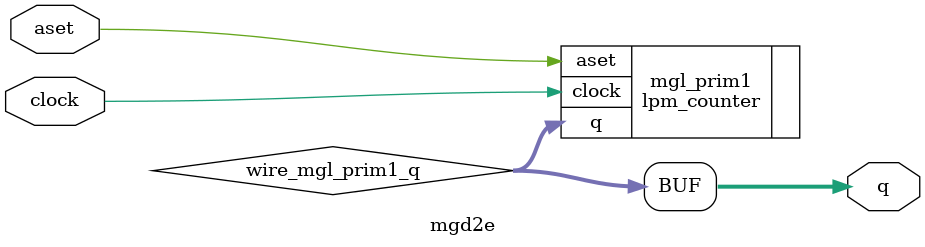
<source format=v>






//synthesis_resources = lpm_counter 1 
//synopsys translate_off
`timescale 1 ps / 1 ps
//synopsys translate_on
module  mgd2e
	( 
	aset,
	clock,
	q) /* synthesis synthesis_clearbox=1 */;
	input   aset;
	input   clock;
	output   [3:0]  q;

	wire  [3:0]   wire_mgl_prim1_q;

	lpm_counter   mgl_prim1
	( 
	.aset(aset),
	.clock(clock),
	.q(wire_mgl_prim1_q));
	defparam
		mgl_prim1.lpm_avalue = 0,
		mgl_prim1.lpm_direction = "UP",
		mgl_prim1.lpm_port_updown = "PORT_UNUSED",
		mgl_prim1.lpm_type = "LPM_COUNTER",
		mgl_prim1.lpm_width = 4;
	assign
		q = wire_mgl_prim1_q;
endmodule //mgd2e
//VALID FILE

</source>
